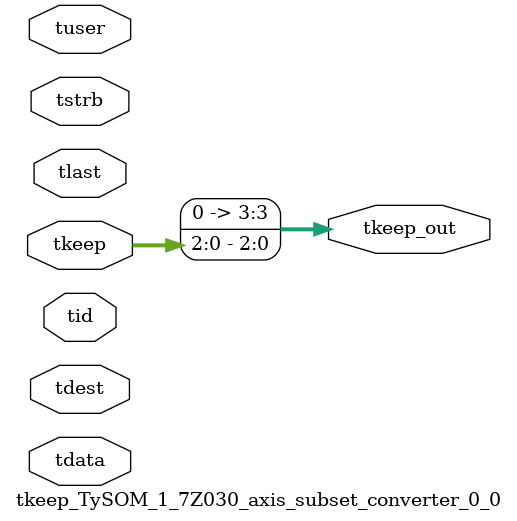
<source format=v>


`timescale 1ps/1ps

module tkeep_TySOM_1_7Z030_axis_subset_converter_0_0 #
(
parameter C_S_AXIS_TDATA_WIDTH = 32,
parameter C_S_AXIS_TUSER_WIDTH = 0,
parameter C_S_AXIS_TID_WIDTH   = 0,
parameter C_S_AXIS_TDEST_WIDTH = 0,
parameter C_M_AXIS_TDATA_WIDTH = 32
)
(
input  [(C_S_AXIS_TDATA_WIDTH == 0 ? 1 : C_S_AXIS_TDATA_WIDTH)-1:0     ] tdata,
input  [(C_S_AXIS_TUSER_WIDTH == 0 ? 1 : C_S_AXIS_TUSER_WIDTH)-1:0     ] tuser,
input  [(C_S_AXIS_TID_WIDTH   == 0 ? 1 : C_S_AXIS_TID_WIDTH)-1:0       ] tid,
input  [(C_S_AXIS_TDEST_WIDTH == 0 ? 1 : C_S_AXIS_TDEST_WIDTH)-1:0     ] tdest,
input  [(C_S_AXIS_TDATA_WIDTH/8)-1:0 ] tkeep,
input  [(C_S_AXIS_TDATA_WIDTH/8)-1:0 ] tstrb,
input                                                                    tlast,
output [(C_M_AXIS_TDATA_WIDTH/8)-1:0 ] tkeep_out
);

assign tkeep_out = {tkeep[2:0]};

endmodule


</source>
